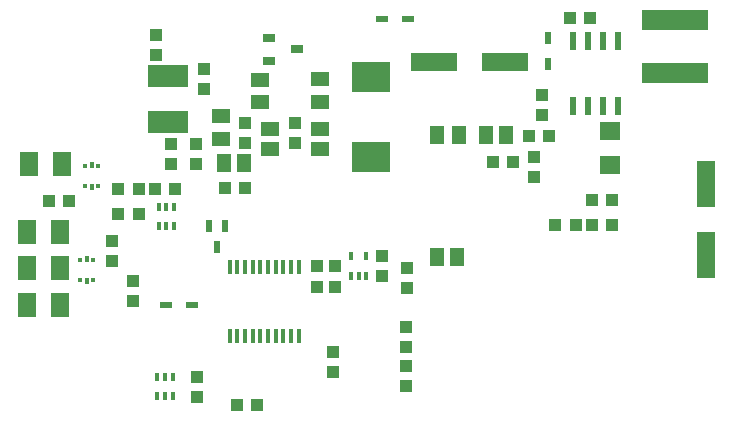
<source format=gtp>
G75*
%MOIN*%
%OFA0B0*%
%FSLAX25Y25*%
%IPPOS*%
%LPD*%
%AMOC8*
5,1,8,0,0,1.08239X$1,22.5*
%
%ADD10R,0.04252X0.04134*%
%ADD11R,0.04331X0.03937*%
%ADD12R,0.05118X0.05906*%
%ADD13R,0.05906X0.05118*%
%ADD14R,0.03937X0.04331*%
%ADD15R,0.01181X0.04724*%
%ADD16R,0.01575X0.03150*%
%ADD17R,0.06299X0.07874*%
%ADD18R,0.02362X0.05906*%
%ADD19R,0.03937X0.02362*%
%ADD20R,0.02362X0.03937*%
%ADD21R,0.01575X0.02756*%
%ADD22R,0.01969X0.03937*%
%ADD23R,0.07098X0.06299*%
%ADD24R,0.13386X0.07480*%
%ADD25R,0.01280X0.01772*%
%ADD26R,0.01280X0.02362*%
%ADD27R,0.12992X0.09843*%
%ADD28R,0.03937X0.03150*%
%ADD29R,0.22441X0.06693*%
%ADD30R,0.06299X0.15748*%
%ADD31R,0.15748X0.06299*%
D10*
X0141964Y0050747D03*
X0141964Y0057637D03*
X0118342Y0070826D03*
X0112436Y0070826D03*
X0112436Y0077716D03*
X0118342Y0077716D03*
D11*
X0142357Y0077224D03*
X0142357Y0070531D03*
X0117554Y0049271D03*
X0117554Y0042578D03*
X0141964Y0044547D03*
X0141964Y0037854D03*
X0072279Y0041003D03*
X0072279Y0034310D03*
X0051019Y0066200D03*
X0051019Y0072893D03*
X0043932Y0079586D03*
X0043932Y0086279D03*
X0081728Y0103995D03*
X0088420Y0103995D03*
X0072082Y0111673D03*
X0072082Y0118365D03*
X0074641Y0136673D03*
X0074641Y0143365D03*
X0058696Y0148090D03*
X0058696Y0154783D03*
X0170901Y0112657D03*
X0177594Y0112657D03*
X0184483Y0114232D03*
X0184483Y0107539D03*
X0203972Y0099862D03*
X0210665Y0099862D03*
X0187239Y0128208D03*
X0187239Y0134901D03*
X0196491Y0160491D03*
X0203184Y0160491D03*
D12*
X0175428Y0121515D03*
X0168735Y0121515D03*
X0159680Y0121515D03*
X0152200Y0121515D03*
X0088027Y0112066D03*
X0081334Y0112066D03*
X0152200Y0080964D03*
X0158893Y0080964D03*
D13*
X0113224Y0116791D03*
X0113224Y0123484D03*
X0096688Y0123484D03*
X0096688Y0116791D03*
X0080153Y0120334D03*
X0080153Y0127814D03*
X0093145Y0132342D03*
X0093145Y0139822D03*
X0113224Y0140019D03*
X0113224Y0132539D03*
D14*
X0104956Y0125452D03*
X0104956Y0118759D03*
X0088420Y0118759D03*
X0088420Y0125452D03*
X0063617Y0118365D03*
X0063617Y0111673D03*
X0064995Y0103405D03*
X0058302Y0103405D03*
X0052791Y0103405D03*
X0046098Y0103405D03*
X0046098Y0095137D03*
X0052791Y0095137D03*
X0029562Y0099468D03*
X0022869Y0099468D03*
X0134090Y0081161D03*
X0134090Y0074468D03*
X0191767Y0091594D03*
X0198460Y0091594D03*
X0203972Y0091594D03*
X0210665Y0091594D03*
X0189602Y0121121D03*
X0182909Y0121121D03*
X0092161Y0031358D03*
X0085468Y0031358D03*
D15*
X0085763Y0054586D03*
X0083204Y0054586D03*
X0088322Y0054586D03*
X0090881Y0054586D03*
X0093440Y0054586D03*
X0095999Y0054586D03*
X0098558Y0054586D03*
X0101117Y0054586D03*
X0103676Y0054586D03*
X0106235Y0054586D03*
X0106235Y0077421D03*
X0103676Y0077421D03*
X0101117Y0077421D03*
X0098558Y0077421D03*
X0095999Y0077421D03*
X0093440Y0077421D03*
X0090881Y0077421D03*
X0088322Y0077421D03*
X0085763Y0077421D03*
X0083204Y0077421D03*
D16*
X0059090Y0034507D03*
X0061649Y0034507D03*
X0064208Y0034507D03*
X0064208Y0040806D03*
X0061649Y0040806D03*
X0059090Y0040806D03*
X0059483Y0091200D03*
X0062043Y0091200D03*
X0064602Y0091200D03*
X0064602Y0097499D03*
X0062043Y0097499D03*
X0059483Y0097499D03*
D17*
X0026609Y0089232D03*
X0015586Y0089232D03*
X0015586Y0077027D03*
X0026609Y0077027D03*
X0026609Y0064822D03*
X0015586Y0064822D03*
X0016373Y0111673D03*
X0027397Y0111673D03*
D18*
X0197456Y0131121D03*
X0202456Y0131121D03*
X0207456Y0131121D03*
X0212456Y0131121D03*
X0212456Y0152775D03*
X0207456Y0152775D03*
X0202456Y0152775D03*
X0197456Y0152775D03*
D19*
X0142751Y0160295D03*
X0134090Y0160295D03*
X0070704Y0064822D03*
X0062043Y0064822D03*
D20*
X0189208Y0145137D03*
X0189208Y0153799D03*
D21*
X0128775Y0081161D03*
X0123657Y0081161D03*
X0123657Y0074468D03*
X0126216Y0074468D03*
X0128775Y0074468D03*
D22*
X0081531Y0091200D03*
X0076413Y0091200D03*
X0078972Y0084114D03*
D23*
X0210074Y0111586D03*
X0210074Y0122783D03*
D24*
X0062633Y0125846D03*
X0062633Y0141200D03*
D25*
X0039365Y0111279D03*
X0035113Y0111279D03*
X0035113Y0104586D03*
X0039365Y0104586D03*
X0037594Y0079980D03*
X0033342Y0079980D03*
X0033342Y0073287D03*
X0037594Y0073287D03*
D26*
X0035468Y0072991D03*
X0035468Y0080275D03*
X0037239Y0104291D03*
X0037239Y0111574D03*
D27*
X0130153Y0114035D03*
X0130153Y0140806D03*
D28*
X0105743Y0150058D03*
X0096294Y0146318D03*
X0096294Y0153799D03*
D29*
X0231728Y0159901D03*
X0231728Y0142184D03*
D30*
X0241964Y0105177D03*
X0241964Y0081554D03*
D31*
X0175035Y0145925D03*
X0151413Y0145925D03*
M02*

</source>
